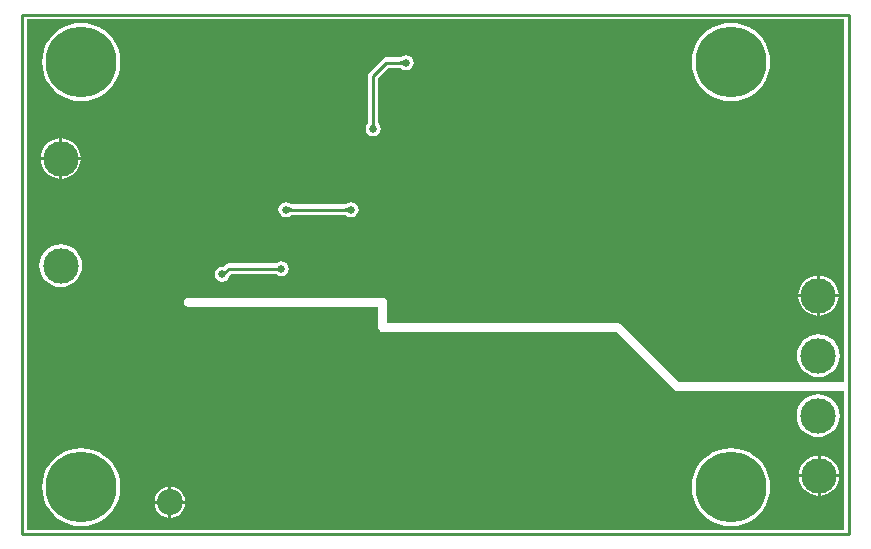
<source format=gbl>
G04*
G04 #@! TF.GenerationSoftware,Altium Limited,Altium Designer,19.0.14 (431)*
G04*
G04 Layer_Physical_Order=2*
G04 Layer_Color=8865052*
%FSLAX25Y25*%
%MOIN*%
G70*
G01*
G75*
%ADD10C,0.01000*%
%ADD87C,0.11811*%
%ADD88C,0.08661*%
%ADD89C,0.23622*%
%ADD90C,0.02559*%
%ADD91C,0.02598*%
%ADD92C,0.01968*%
G36*
X274061Y50778D02*
X219012D01*
X199845Y69945D01*
X199366Y70266D01*
X198800Y70378D01*
X121678D01*
Y77400D01*
X121566Y77966D01*
X121245Y78445D01*
X120766Y78766D01*
X120200Y78878D01*
X55300Y78878D01*
X54734Y78766D01*
X54255Y78445D01*
X53934Y77966D01*
X53822Y77400D01*
X53934Y76834D01*
X54255Y76355D01*
X54734Y76034D01*
X55300Y75922D01*
X118722Y75922D01*
Y68900D01*
X118834Y68334D01*
X119155Y67855D01*
X119634Y67534D01*
X120200Y67422D01*
X198188D01*
X217355Y48255D01*
X217834Y47934D01*
X218400Y47822D01*
X274061D01*
Y1529D01*
X1529D01*
X1529Y171699D01*
X274061D01*
X274061Y50778D01*
D02*
G37*
%LPC*%
G36*
X128000Y159828D02*
X127032Y159636D01*
X126212Y159088D01*
X126179Y159037D01*
X126166Y159034D01*
X126163Y159033D01*
X121400D01*
X120737Y158901D01*
X120174Y158526D01*
X115774Y154126D01*
X115399Y153563D01*
X115267Y152900D01*
Y137037D01*
X115266Y137034D01*
X115263Y137022D01*
X115212Y136988D01*
X114664Y136168D01*
X114472Y135200D01*
X114664Y134232D01*
X115212Y133412D01*
X116033Y132864D01*
X117000Y132672D01*
X117967Y132864D01*
X118788Y133412D01*
X119336Y134232D01*
X119528Y135200D01*
X119336Y136168D01*
X118788Y136988D01*
X118737Y137022D01*
X118734Y137034D01*
X118733Y137037D01*
Y152182D01*
X122118Y155567D01*
X126163D01*
X126166Y155566D01*
X126179Y155563D01*
X126212Y155512D01*
X127032Y154964D01*
X128000Y154772D01*
X128967Y154964D01*
X129788Y155512D01*
X130336Y156333D01*
X130528Y157300D01*
X130336Y158267D01*
X129788Y159088D01*
X128967Y159636D01*
X128000Y159828D01*
D02*
G37*
G36*
X236221Y170532D02*
X234179Y170371D01*
X232187Y169893D01*
X230295Y169109D01*
X228549Y168039D01*
X226992Y166709D01*
X225662Y165152D01*
X224592Y163406D01*
X223808Y161513D01*
X223330Y159522D01*
X223169Y157480D01*
X223330Y155439D01*
X223808Y153447D01*
X224592Y151555D01*
X225662Y149809D01*
X226992Y148252D01*
X228549Y146922D01*
X230295Y145852D01*
X232187Y145068D01*
X234179Y144590D01*
X236221Y144429D01*
X238262Y144590D01*
X240253Y145068D01*
X242146Y145852D01*
X243892Y146922D01*
X245449Y148252D01*
X246779Y149809D01*
X247849Y151555D01*
X248633Y153447D01*
X249111Y155439D01*
X249272Y157480D01*
X249111Y159522D01*
X248633Y161513D01*
X247849Y163406D01*
X246779Y165152D01*
X245449Y166709D01*
X243892Y168039D01*
X242146Y169109D01*
X240253Y169893D01*
X238262Y170371D01*
X236221Y170532D01*
D02*
G37*
G36*
X19685D02*
X17643Y170371D01*
X15652Y169893D01*
X13760Y169109D01*
X12014Y168039D01*
X10456Y166709D01*
X9126Y165152D01*
X8056Y163406D01*
X7272Y161513D01*
X6794Y159522D01*
X6634Y157480D01*
X6794Y155439D01*
X7272Y153447D01*
X8056Y151555D01*
X9126Y149809D01*
X10456Y148252D01*
X12014Y146922D01*
X13760Y145852D01*
X15652Y145068D01*
X17643Y144590D01*
X19685Y144429D01*
X21727Y144590D01*
X23718Y145068D01*
X25610Y145852D01*
X27356Y146922D01*
X28914Y148252D01*
X30244Y149809D01*
X31314Y151555D01*
X32098Y153447D01*
X32576Y155439D01*
X32736Y157480D01*
X32576Y159522D01*
X32098Y161513D01*
X31314Y163406D01*
X30244Y165152D01*
X28914Y166709D01*
X27356Y168039D01*
X25610Y169109D01*
X23718Y169893D01*
X21727Y170371D01*
X19685Y170532D01*
D02*
G37*
G36*
X13300Y131989D02*
Y125800D01*
X19489D01*
X19409Y126614D01*
X19025Y127878D01*
X18402Y129043D01*
X17564Y130064D01*
X16543Y130902D01*
X15379Y131525D01*
X14115Y131909D01*
X13300Y131989D01*
D02*
G37*
G36*
X12300D02*
X11485Y131909D01*
X10221Y131525D01*
X9057Y130902D01*
X8036Y130064D01*
X7198Y129043D01*
X6575Y127878D01*
X6191Y126614D01*
X6111Y125800D01*
X12300D01*
Y131989D01*
D02*
G37*
G36*
X19489Y124800D02*
X13300D01*
Y118611D01*
X14115Y118692D01*
X15379Y119075D01*
X16543Y119698D01*
X17564Y120536D01*
X18402Y121557D01*
X19025Y122722D01*
X19409Y123986D01*
X19489Y124800D01*
D02*
G37*
G36*
X12300D02*
X6111D01*
X6191Y123986D01*
X6575Y122722D01*
X7198Y121557D01*
X8036Y120536D01*
X9057Y119698D01*
X10221Y119075D01*
X11485Y118692D01*
X12300Y118611D01*
Y124800D01*
D02*
G37*
G36*
X109600Y110828D02*
X108633Y110636D01*
X107812Y110088D01*
X107779Y110037D01*
X107766Y110034D01*
X107763Y110033D01*
X89776D01*
X89773Y110034D01*
X89761Y110037D01*
X89727Y110088D01*
X88907Y110636D01*
X87939Y110828D01*
X86972Y110636D01*
X86151Y110088D01*
X85603Y109267D01*
X85411Y108300D01*
X85603Y107333D01*
X86151Y106512D01*
X86972Y105964D01*
X87939Y105772D01*
X88907Y105964D01*
X89727Y106512D01*
X89761Y106563D01*
X89773Y106566D01*
X89776Y106567D01*
X107763D01*
X107766Y106566D01*
X107779Y106563D01*
X107812Y106512D01*
X108633Y105964D01*
X109600Y105772D01*
X110567Y105964D01*
X111388Y106512D01*
X111936Y107333D01*
X112128Y108300D01*
X111936Y109267D01*
X111388Y110088D01*
X110567Y110636D01*
X109600Y110828D01*
D02*
G37*
G36*
X86400Y91128D02*
X85432Y90936D01*
X84612Y90388D01*
X84576Y90333D01*
X68751D01*
X68751Y90333D01*
X68087Y90201D01*
X67525Y89826D01*
X66890Y89190D01*
X66700Y89228D01*
X65733Y89036D01*
X64912Y88488D01*
X64364Y87668D01*
X64172Y86700D01*
X64364Y85733D01*
X64912Y84912D01*
X65733Y84364D01*
X66700Y84172D01*
X67668Y84364D01*
X68488Y84912D01*
X69036Y85733D01*
X69210Y86608D01*
X69468Y86867D01*
X84576D01*
X84612Y86812D01*
X85432Y86264D01*
X86400Y86072D01*
X87367Y86264D01*
X88188Y86812D01*
X88736Y87633D01*
X88928Y88600D01*
X88736Y89568D01*
X88188Y90388D01*
X87367Y90936D01*
X86400Y91128D01*
D02*
G37*
G36*
X12800Y96740D02*
X11407Y96603D01*
X10068Y96196D01*
X8833Y95537D01*
X7751Y94649D01*
X6863Y93567D01*
X6204Y92332D01*
X5797Y90993D01*
X5660Y89600D01*
X5797Y88207D01*
X6204Y86868D01*
X6863Y85633D01*
X7751Y84551D01*
X8833Y83663D01*
X10068Y83004D01*
X11407Y82597D01*
X12800Y82460D01*
X14193Y82597D01*
X15532Y83004D01*
X16767Y83663D01*
X17849Y84551D01*
X18737Y85633D01*
X19396Y86868D01*
X19803Y88207D01*
X19940Y89600D01*
X19803Y90993D01*
X19396Y92332D01*
X18737Y93567D01*
X17849Y94649D01*
X16767Y95537D01*
X15532Y96196D01*
X14193Y96603D01*
X12800Y96740D01*
D02*
G37*
G36*
X265900Y86289D02*
Y80100D01*
X272089D01*
X272008Y80914D01*
X271625Y82178D01*
X271002Y83343D01*
X270164Y84364D01*
X269143Y85202D01*
X267979Y85825D01*
X266715Y86208D01*
X265900Y86289D01*
D02*
G37*
G36*
X264900D02*
X264086Y86208D01*
X262822Y85825D01*
X261657Y85202D01*
X260635Y84364D01*
X259798Y83343D01*
X259175Y82178D01*
X258791Y80914D01*
X258711Y80100D01*
X264900D01*
Y86289D01*
D02*
G37*
G36*
X272089Y79100D02*
X265900D01*
Y72911D01*
X266715Y72992D01*
X267979Y73375D01*
X269143Y73998D01*
X270164Y74835D01*
X271002Y75857D01*
X271625Y77021D01*
X272008Y78285D01*
X272089Y79100D01*
D02*
G37*
G36*
X264900D02*
X258711D01*
X258791Y78285D01*
X259175Y77021D01*
X259798Y75857D01*
X260635Y74835D01*
X261657Y73998D01*
X262822Y73375D01*
X264086Y72992D01*
X264900Y72911D01*
Y79100D01*
D02*
G37*
G36*
X265400Y66740D02*
X264007Y66603D01*
X262668Y66196D01*
X261433Y65537D01*
X260351Y64649D01*
X259463Y63567D01*
X258804Y62332D01*
X258397Y60993D01*
X258260Y59600D01*
X258397Y58207D01*
X258804Y56868D01*
X259463Y55633D01*
X260351Y54551D01*
X261433Y53663D01*
X262668Y53004D01*
X264007Y52597D01*
X265400Y52460D01*
X266793Y52597D01*
X268132Y53004D01*
X269367Y53663D01*
X270449Y54551D01*
X271337Y55633D01*
X271996Y56868D01*
X272403Y58207D01*
X272540Y59600D01*
X272403Y60993D01*
X271996Y62332D01*
X271337Y63567D01*
X270449Y64649D01*
X269367Y65537D01*
X268132Y66196D01*
X266793Y66603D01*
X265400Y66740D01*
D02*
G37*
G36*
X265300Y46740D02*
X263907Y46603D01*
X262568Y46196D01*
X261333Y45537D01*
X260251Y44649D01*
X259363Y43567D01*
X258704Y42332D01*
X258297Y40993D01*
X258160Y39600D01*
X258297Y38207D01*
X258704Y36868D01*
X259363Y35633D01*
X260251Y34551D01*
X261333Y33663D01*
X262568Y33004D01*
X263907Y32597D01*
X265300Y32460D01*
X266693Y32597D01*
X268032Y33004D01*
X269267Y33663D01*
X270349Y34551D01*
X271237Y35633D01*
X271896Y36868D01*
X272303Y38207D01*
X272440Y39600D01*
X272303Y40993D01*
X271896Y42332D01*
X271237Y43567D01*
X270349Y44649D01*
X269267Y45537D01*
X268032Y46196D01*
X266693Y46603D01*
X265300Y46740D01*
D02*
G37*
G36*
X266100Y26289D02*
Y20100D01*
X272289D01*
X272208Y20914D01*
X271825Y22178D01*
X271202Y23343D01*
X270364Y24364D01*
X269343Y25202D01*
X268179Y25825D01*
X266915Y26208D01*
X266100Y26289D01*
D02*
G37*
G36*
X265100D02*
X264285Y26208D01*
X263021Y25825D01*
X261857Y25202D01*
X260836Y24364D01*
X259998Y23343D01*
X259375Y22178D01*
X258992Y20914D01*
X258911Y20100D01*
X265100D01*
Y26289D01*
D02*
G37*
G36*
X272289Y19100D02*
X266100D01*
Y12911D01*
X266915Y12991D01*
X268179Y13375D01*
X269343Y13998D01*
X270364Y14836D01*
X271202Y15857D01*
X271825Y17021D01*
X272208Y18285D01*
X272289Y19100D01*
D02*
G37*
G36*
X265100D02*
X258911D01*
X258992Y18285D01*
X259375Y17021D01*
X259998Y15857D01*
X260836Y14836D01*
X261857Y13998D01*
X263021Y13375D01*
X264285Y12991D01*
X265100Y12911D01*
Y19100D01*
D02*
G37*
G36*
X49700Y15809D02*
Y11200D01*
X54309D01*
X54199Y12039D01*
X53682Y13287D01*
X52859Y14359D01*
X51788Y15182D01*
X50539Y15699D01*
X49700Y15809D01*
D02*
G37*
G36*
X48700D02*
X47861Y15699D01*
X46613Y15182D01*
X45541Y14359D01*
X44718Y13287D01*
X44201Y12039D01*
X44091Y11200D01*
X48700D01*
Y15809D01*
D02*
G37*
G36*
X54309Y10200D02*
X49700D01*
Y5591D01*
X50539Y5701D01*
X51788Y6218D01*
X52859Y7041D01*
X53682Y8112D01*
X54199Y9361D01*
X54309Y10200D01*
D02*
G37*
G36*
X48700D02*
X44091D01*
X44201Y9361D01*
X44718Y8112D01*
X45541Y7041D01*
X46613Y6218D01*
X47861Y5701D01*
X48700Y5591D01*
Y10200D01*
D02*
G37*
G36*
X236221Y28799D02*
X234179Y28639D01*
X232187Y28161D01*
X230295Y27377D01*
X228549Y26307D01*
X226992Y24977D01*
X225662Y23419D01*
X224592Y21673D01*
X223808Y19781D01*
X223330Y17790D01*
X223169Y15748D01*
X223330Y13706D01*
X223808Y11715D01*
X224592Y9823D01*
X225662Y8077D01*
X226992Y6519D01*
X228549Y5189D01*
X230295Y4119D01*
X232187Y3336D01*
X234179Y2857D01*
X236221Y2697D01*
X238262Y2857D01*
X240253Y3336D01*
X242146Y4119D01*
X243892Y5189D01*
X245449Y6519D01*
X246779Y8077D01*
X247849Y9823D01*
X248633Y11715D01*
X249111Y13706D01*
X249272Y15748D01*
X249111Y17790D01*
X248633Y19781D01*
X247849Y21673D01*
X246779Y23419D01*
X245449Y24977D01*
X243892Y26307D01*
X242146Y27377D01*
X240253Y28161D01*
X238262Y28639D01*
X236221Y28799D01*
D02*
G37*
G36*
X19685D02*
X17643Y28639D01*
X15652Y28161D01*
X13760Y27377D01*
X12014Y26307D01*
X10456Y24977D01*
X9126Y23419D01*
X8056Y21673D01*
X7273Y19781D01*
X6795Y17790D01*
X6634Y15748D01*
X6795Y13706D01*
X7273Y11715D01*
X8056Y9823D01*
X9126Y8077D01*
X10456Y6519D01*
X12014Y5189D01*
X13760Y4119D01*
X15652Y3336D01*
X17643Y2857D01*
X19685Y2697D01*
X21727Y2857D01*
X23718Y3336D01*
X25610Y4119D01*
X27356Y5189D01*
X28914Y6519D01*
X30244Y8077D01*
X31314Y9823D01*
X32098Y11715D01*
X32576Y13706D01*
X32736Y15748D01*
X32576Y17790D01*
X32098Y19781D01*
X31314Y21673D01*
X30244Y23419D01*
X28914Y24977D01*
X27356Y26307D01*
X25610Y27377D01*
X23718Y28161D01*
X21727Y28639D01*
X19685Y28799D01*
D02*
G37*
%LPD*%
G36*
X127086Y156404D02*
X127006Y156480D01*
X126921Y156547D01*
X126830Y156606D01*
X126735Y156658D01*
X126634Y156701D01*
X126529Y156737D01*
X126418Y156764D01*
X126302Y156784D01*
X126181Y156796D01*
X126055Y156800D01*
Y157800D01*
X126181Y157804D01*
X126302Y157816D01*
X126418Y157836D01*
X126529Y157863D01*
X126634Y157899D01*
X126735Y157942D01*
X126830Y157994D01*
X126921Y158053D01*
X127006Y158121D01*
X127086Y158196D01*
Y156404D01*
D02*
G37*
G36*
X117504Y137019D02*
X117516Y136898D01*
X117536Y136782D01*
X117563Y136671D01*
X117599Y136566D01*
X117642Y136465D01*
X117694Y136370D01*
X117753Y136279D01*
X117821Y136194D01*
X117896Y136114D01*
X116104D01*
X116180Y136194D01*
X116247Y136279D01*
X116306Y136370D01*
X116358Y136465D01*
X116401Y136566D01*
X116437Y136671D01*
X116464Y136782D01*
X116484Y136898D01*
X116496Y137019D01*
X116500Y137145D01*
X117500D01*
X117504Y137019D01*
D02*
G37*
G36*
X108686Y107404D02*
X108606Y107480D01*
X108521Y107547D01*
X108431Y107606D01*
X108335Y107658D01*
X108234Y107701D01*
X108129Y107737D01*
X108018Y107764D01*
X107902Y107784D01*
X107781Y107796D01*
X107655Y107800D01*
Y108800D01*
X107781Y108804D01*
X107902Y108816D01*
X108018Y108836D01*
X108129Y108863D01*
X108234Y108899D01*
X108335Y108942D01*
X108431Y108994D01*
X108521Y109053D01*
X108606Y109121D01*
X108686Y109196D01*
Y107404D01*
D02*
G37*
G36*
X88933Y109121D02*
X89018Y109053D01*
X89109Y108994D01*
X89204Y108942D01*
X89305Y108899D01*
X89411Y108863D01*
X89521Y108836D01*
X89637Y108816D01*
X89758Y108804D01*
X89885Y108800D01*
Y107800D01*
X89758Y107796D01*
X89637Y107784D01*
X89521Y107764D01*
X89411Y107737D01*
X89305Y107701D01*
X89204Y107658D01*
X89109Y107606D01*
X89018Y107547D01*
X88933Y107480D01*
X88853Y107404D01*
Y109196D01*
X88933Y109121D01*
D02*
G37*
D10*
X92201Y96624D02*
Y97200D01*
Y96624D02*
X92498Y96326D01*
Y93402D02*
Y96326D01*
X68751Y88600D02*
X86400D01*
X66851Y86700D02*
X68751Y88600D01*
X88111Y93110D02*
X92201Y97200D01*
X86700Y93110D02*
X88111D01*
X66700Y86700D02*
X66851D01*
X121400Y157300D02*
X128000D01*
X117000Y152900D02*
X121400Y157300D01*
X117000Y135200D02*
Y152900D01*
X91700Y124900D02*
Y137800D01*
Y124900D02*
X97038Y119562D01*
X87939Y108300D02*
X109600D01*
X92201Y97200D02*
X111600D01*
X117200Y102800D01*
X-0Y173228D02*
X275590D01*
X275590Y0D02*
Y173228D01*
X0Y0D02*
X275590D01*
X-0Y173228D02*
X0Y0D01*
D87*
X265600Y19600D02*
D03*
X265300Y39600D02*
D03*
X265400Y59600D02*
D03*
Y79600D02*
D03*
X12800Y89600D02*
D03*
Y125300D02*
D03*
D88*
X49200Y10700D02*
D03*
D89*
X19685Y157480D02*
D03*
X236221D02*
D03*
Y15748D02*
D03*
X19685D02*
D03*
D90*
X128500Y106800D02*
D03*
X128600Y104200D02*
D03*
X128900Y101500D02*
D03*
X141000Y99300D02*
D03*
X138300Y99200D02*
D03*
X135600D02*
D03*
X132700D02*
D03*
X130100D02*
D03*
X127400Y99300D02*
D03*
X125800Y101400D02*
D03*
Y104200D02*
D03*
X125700Y106800D02*
D03*
X120800Y83900D02*
D03*
X86400Y88600D02*
D03*
X92498Y93402D02*
D03*
X86700Y93110D02*
D03*
X215500Y3400D02*
D03*
X215000Y169800D02*
D03*
X19500Y42300D02*
D03*
Y45100D02*
D03*
Y47900D02*
D03*
Y50700D02*
D03*
Y53500D02*
D03*
Y56400D02*
D03*
X43000Y132700D02*
D03*
Y129900D02*
D03*
Y127100D02*
D03*
Y124300D02*
D03*
Y121500D02*
D03*
Y118600D02*
D03*
X38100Y134800D02*
D03*
X35300D02*
D03*
X32500D02*
D03*
X29700D02*
D03*
X26900D02*
D03*
X24000D02*
D03*
X37800Y114700D02*
D03*
X35000D02*
D03*
X32200D02*
D03*
X29400D02*
D03*
X26600D02*
D03*
X23700D02*
D03*
X44300Y41700D02*
D03*
Y44500D02*
D03*
Y47300D02*
D03*
Y50100D02*
D03*
Y52900D02*
D03*
Y55800D02*
D03*
X23600Y41100D02*
D03*
X26400D02*
D03*
X29200D02*
D03*
X32000D02*
D03*
X34800D02*
D03*
X37700D02*
D03*
X23600Y57500D02*
D03*
X26400D02*
D03*
X29200D02*
D03*
X32000D02*
D03*
X34800D02*
D03*
X37700D02*
D03*
X195000Y7350D02*
D03*
X192100D02*
D03*
X189300D02*
D03*
X186500D02*
D03*
X183700D02*
D03*
X180900D02*
D03*
X151600D02*
D03*
X148700D02*
D03*
X145900D02*
D03*
X143100D02*
D03*
X140300D02*
D03*
X137500D02*
D03*
X135500Y14400D02*
D03*
Y17300D02*
D03*
Y20100D02*
D03*
Y22900D02*
D03*
Y25700D02*
D03*
Y28500D02*
D03*
X195300Y14500D02*
D03*
Y17400D02*
D03*
Y20200D02*
D03*
Y23000D02*
D03*
Y25800D02*
D03*
Y28600D02*
D03*
X179700Y14200D02*
D03*
Y17100D02*
D03*
Y19900D02*
D03*
Y22700D02*
D03*
Y25500D02*
D03*
Y28300D02*
D03*
X152850Y14300D02*
D03*
Y17200D02*
D03*
Y20000D02*
D03*
Y22800D02*
D03*
Y25600D02*
D03*
Y28400D02*
D03*
X185700Y32700D02*
D03*
X188600D02*
D03*
X191400D02*
D03*
X194200D02*
D03*
X197000D02*
D03*
X199800D02*
D03*
X168700Y32600D02*
D03*
X171600D02*
D03*
X174400D02*
D03*
X177200D02*
D03*
X180000D02*
D03*
X182800D02*
D03*
X150773D02*
D03*
X153673D02*
D03*
X156473D02*
D03*
X159273D02*
D03*
X162073D02*
D03*
X164873D02*
D03*
X133600D02*
D03*
X136500D02*
D03*
X139300D02*
D03*
X142100D02*
D03*
X144900D02*
D03*
X147700D02*
D03*
X257200Y70250D02*
D03*
X254400D02*
D03*
X251600D02*
D03*
X248800D02*
D03*
X246000D02*
D03*
X243100D02*
D03*
X257100Y129700D02*
D03*
X254300D02*
D03*
X251500D02*
D03*
X248700D02*
D03*
X245900D02*
D03*
X243000D02*
D03*
X257100Y112700D02*
D03*
X254300D02*
D03*
X251500D02*
D03*
X248700D02*
D03*
X245900D02*
D03*
X243000D02*
D03*
X257100Y103900D02*
D03*
X254300D02*
D03*
X251500D02*
D03*
X248700D02*
D03*
X245900D02*
D03*
X243000D02*
D03*
X257200Y93500D02*
D03*
X254400D02*
D03*
X251600D02*
D03*
X248800D02*
D03*
X246000D02*
D03*
X243100D02*
D03*
X257100Y85100D02*
D03*
X254300D02*
D03*
X251500D02*
D03*
X248700D02*
D03*
X245900D02*
D03*
X243000D02*
D03*
X125600Y78800D02*
D03*
Y75800D02*
D03*
Y72900D02*
D03*
X128500D02*
D03*
X131300D02*
D03*
X134100D02*
D03*
X136900D02*
D03*
X139700D02*
D03*
X142500D02*
D03*
X145500D02*
D03*
X148400D02*
D03*
X151400D02*
D03*
X154300D02*
D03*
X157200D02*
D03*
X160000D02*
D03*
X162900D02*
D03*
X165800D02*
D03*
X169000D02*
D03*
X172100D02*
D03*
X175000D02*
D03*
X178000Y73000D02*
D03*
X181100D02*
D03*
X184100D02*
D03*
X187200D02*
D03*
X190200D02*
D03*
X193000D02*
D03*
X195900D02*
D03*
X128000Y157300D02*
D03*
X117000Y135200D02*
D03*
X91700Y137800D02*
D03*
X121000Y25900D02*
D03*
X118400Y25800D02*
D03*
X117100Y28000D02*
D03*
X119647D02*
D03*
X114600Y27900D02*
D03*
X122200Y28100D02*
D03*
X105100Y19200D02*
D03*
X115900Y25800D02*
D03*
X87939Y108300D02*
D03*
X66700Y86700D02*
D03*
X88600Y3700D02*
D03*
X71400Y24900D02*
D03*
X74000D02*
D03*
X76600D02*
D03*
X79300D02*
D03*
X109600Y108300D02*
D03*
X116800Y159900D02*
D03*
X108100D02*
D03*
X99290Y159800D02*
D03*
X117200Y102800D02*
D03*
D91*
X101762Y114838D02*
D03*
X97038D02*
D03*
X101762Y119562D02*
D03*
X97038D02*
D03*
D92*
X92901Y30865D02*
D03*
X97232D02*
D03*
X92901Y26535D02*
D03*
X97232D02*
D03*
M02*

</source>
